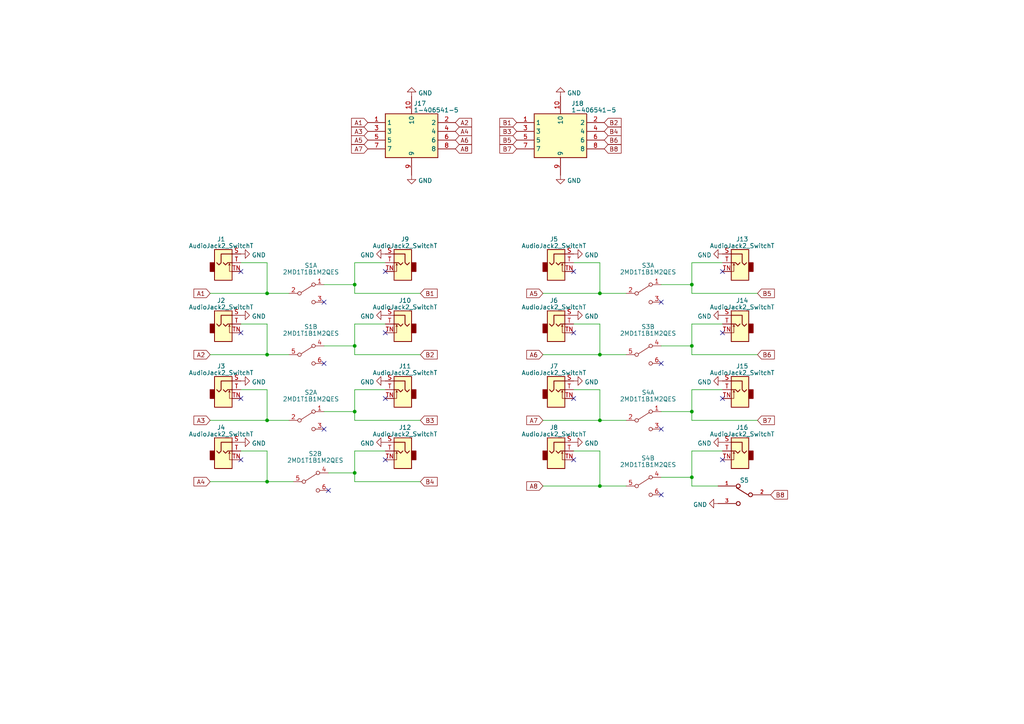
<source format=kicad_sch>
(kicad_sch (version 20230121) (generator eeschema)
  (paper "A4")
  (title_block (title "Ether Twin - Standalone") (date "2024-03-02") (rev "v1.2"))
  (lib_symbols
    (symbol "1-406541-5:1-406541-5"
      (property "Reference" "J" (at 19.05 12.7 0))
      (property "Value" "1-406541-5" (at 19.05 10.16 0))
      (symbol "1-406541-5_1_1"
        (rectangle (start 5.08 7.62) (end 17.78 -7.62) (stroke (width 0.254)) (fill (type background)))
        (pin passive line (at 15.24 -12.7 90) (length 5.08) (name "1") (number "1"))
        (pin passive line (at 22.86 0 180) (length 5.08) (name "10") (number "10"))
        (pin passive line (at 15.24 12.7 270) (length 5.08) (name "2") (number "2"))
        (pin passive line (at 12.7 -12.7 90) (length 5.08) (name "3") (number "3"))
        (pin passive line (at 12.7 12.7 270) (length 5.08) (name "4") (number "4"))
        (pin passive line (at 10.16 -12.7 90) (length 5.08) (name "5") (number "5"))
        (pin passive line (at 10.16 12.7 270) (length 5.08) (name "6") (number "6"))
        (pin passive line (at 7.62 -12.7 90) (length 5.08) (name "7") (number "7"))
        (pin passive line (at 7.62 12.7 270) (length 5.08) (name "8") (number "8"))
        (pin passive line (at 0 0 0) (length 5.08) (name "9") (number "9"))
      )
    )
    (symbol "Connector_Audio:AudioJack2_SwitchT"
      (property "Reference" "J" (at 0 8.89 0))
      (property "Value" "AudioJack2_SwitchT" (at 0 6.35 0))
      (symbol "AudioJack2_SwitchT_0_1"
        (rectangle (start -2.54 0) (end -3.81 -2.54) (stroke (width 0.254)) (fill (type outline)))
        (polyline (pts (xy 1.778 -0.254) (xy 2.032 -0.762)))
        (polyline (pts (xy 0 0) (xy 0.635 -0.635) (xy 1.27 0) (xy 2.54 0)) (stroke (width 0.254)))
        (polyline (pts (xy 2.54 -2.54) (xy 1.778 -2.54) (xy 1.778 -0.254) (xy 1.524 -0.762)))
        (polyline (pts (xy 2.54 2.54) (xy -0.635 2.54) (xy -0.635 0) (xy -1.27 -0.635) (xy -1.905 0)) (stroke (width 0.254)))
        (rectangle (start 2.54 3.81) (end -2.54 -5.08) (stroke (width 0.254)) (fill (type background)))
      )
      (symbol "AudioJack2_SwitchT_1_1"
        (pin passive line (at 5.08 2.54 180) (length 2.54) (name "~") (number "S"))
        (pin passive line (at 5.08 0 180) (length 2.54) (name "~") (number "T"))
        (pin passive line (at 5.08 -2.54 180) (length 2.54) (name "~") (number "TN"))
      )
    )
    (symbol "JS102011SAQN:JS102011SAQN" (pin_names (offset 1.016))
      (property "Reference" "S" (at -7.6229 5.0819 0))
      (property "Value" "JS102011SAQN" (at -7.6286 -5.0857 0))
      (symbol "JS102011SAQN_0_0"
        (circle (center -1.778 -2.54) (radius 0.568) (stroke (width 0.254)))
        (circle (center -1.778 2.54) (radius 0.568) (stroke (width 0.254)))
        (polyline (pts (xy 1.016 0) (xy -2.286 2.032)) (stroke (width 0.254)))
        (circle (center 1.778 0) (radius 0.568) (stroke (width 0.254)))
        (pin passive line (at -7.62 2.54 0) (length 5.08) (name "~") (number "1"))
        (pin passive line (at 7.62 0 180) (length 5.08) (name "~") (number "2"))
        (pin passive line (at -7.62 -2.54 0) (length 5.08) (name "~") (number "3"))
      )
    )
    (symbol "PCM_4ms_Power-symbol:GND" (power) (pin_names (offset 0))
      (property "Value" "GND" (at 0 -3.81 0))
      (symbol "GND_0_1"
        (polyline (pts (xy 0 0) (xy 0 -1.27) (xy 1.27 -1.27) (xy 0 -2.54) (xy -1.27 -1.27) (xy 0 -1.27)))
      )
      (symbol "GND_1_1"
        (pin power_in line (at 0 0 270) (length 0) hide (name "GND") (number "1"))
      )
    )
    (symbol "Switch:SW_DPDT_x2" (pin_names (offset 0) hide)
      (property "Reference" "SW" (at 0 4.318 0))
      (property "Value" "SW_DPDT_x2" (at 0 -5.08 0))
      (symbol "SW_DPDT_x2_0_0"
        (circle (center -2.032 0) (radius 0.508))
        (circle (center 2.032 -2.54) (radius 0.508))
      )
      (symbol "SW_DPDT_x2_0_1"
        (polyline (pts (xy -1.524 0.254) (xy 1.651 2.286)))
        (circle (center 2.032 2.54) (radius 0.508))
      )
      (symbol "SW_DPDT_x2_1_1"
        (pin passive line (at 5.08 2.54 180) (length 2.54) (name "A") (number "1"))
        (pin passive line (at -5.08 0 0) (length 2.54) (name "B") (number "2"))
        (pin passive line (at 5.08 -2.54 180) (length 2.54) (name "C") (number "3"))
      )
      (symbol "SW_DPDT_x2_2_1"
        (pin passive line (at 5.08 2.54 180) (length 2.54) (name "A") (number "4"))
        (pin passive line (at -5.08 0 0) (length 2.54) (name "B") (number "5"))
        (pin passive line (at 5.08 -2.54 180) (length 2.54) (name "C") (number "6"))
      )
    )
  )
  (junction (at 200.66 82.55))
  (junction (at 173.99 85.09))
  (junction (at 77.47 121.92))
  (junction (at 173.99 102.87))
  (junction (at 102.87 82.55))
  (junction (at 200.66 100.33))
  (junction (at 200.66 138.43))
  (junction (at 200.66 119.38))
  (junction (at 102.87 137.16))
  (junction (at 102.87 119.38))
  (junction (at 102.87 100.33))
  (junction (at 77.47 139.7))
  (junction (at 77.47 102.87))
  (junction (at 173.99 140.97))
  (junction (at 173.99 121.92))
  (junction (at 77.47 85.09))
  (no_connect (at 93.98 105.41))
  (no_connect (at 69.85 115.57))
  (no_connect (at 93.98 87.63))
  (no_connect (at 191.77 124.46))
  (no_connect (at 95.25 142.24))
  (no_connect (at 209.55 115.57))
  (no_connect (at 209.55 133.35))
  (no_connect (at 69.85 133.35))
  (no_connect (at 166.37 133.35))
  (no_connect (at 191.77 87.63))
  (no_connect (at 209.55 96.52))
  (no_connect (at 69.85 78.74))
  (no_connect (at 166.37 78.74))
  (no_connect (at 166.37 96.52))
  (no_connect (at 166.37 115.57))
  (no_connect (at 191.77 143.51))
  (no_connect (at 111.76 133.35))
  (no_connect (at 69.85 96.52))
  (no_connect (at 111.76 115.57))
  (no_connect (at 191.77 105.41))
  (no_connect (at 93.98 124.46))
  (no_connect (at 111.76 78.74))
  (no_connect (at 209.55 78.74))
  (no_connect (at 111.76 96.52))
  (wire (pts (xy 200.66 102.87) (xy 219.71 102.87)))
  (wire (pts (xy 102.87 113.03) (xy 102.87 119.38)))
  (wire (pts (xy 200.66 93.98) (xy 209.55 93.98)))
  (wire (pts (xy 77.47 121.92) (xy 77.47 113.03)))
  (wire (pts (xy 173.99 76.2) (xy 166.37 76.2)))
  (wire (pts (xy 191.77 100.33) (xy 200.66 100.33)))
  (wire (pts (xy 173.99 85.09) (xy 173.99 76.2)))
  (wire (pts (xy 200.66 138.43) (xy 200.66 140.97)))
  (wire (pts (xy 157.48 102.87) (xy 173.99 102.87)))
  (wire (pts (xy 200.66 76.2) (xy 209.55 76.2)))
  (wire (pts (xy 166.37 113.03) (xy 173.99 113.03)))
  (wire (pts (xy 102.87 82.55) (xy 102.87 85.09)))
  (wire (pts (xy 60.96 102.87) (xy 77.47 102.87)))
  (wire (pts (xy 200.66 85.09) (xy 219.71 85.09)))
  (wire (pts (xy 166.37 130.81) (xy 173.99 130.81)))
  (wire (pts (xy 173.99 93.98) (xy 173.99 102.87)))
  (wire (pts (xy 77.47 139.7) (xy 85.09 139.7)))
  (wire (pts (xy 102.87 113.03) (xy 111.76 113.03)))
  (wire (pts (xy 102.87 93.98) (xy 102.87 100.33)))
  (wire (pts (xy 173.99 102.87) (xy 181.61 102.87)))
  (wire (pts (xy 77.47 130.81) (xy 77.47 139.7)))
  (wire (pts (xy 200.66 113.03) (xy 209.55 113.03)))
  (wire (pts (xy 157.48 140.97) (xy 173.99 140.97)))
  (wire (pts (xy 200.66 130.81) (xy 209.55 130.81)))
  (wire (pts (xy 69.85 113.03) (xy 77.47 113.03)))
  (wire (pts (xy 77.47 121.92) (xy 83.82 121.92)))
  (wire (pts (xy 95.25 137.16) (xy 102.87 137.16)))
  (wire (pts (xy 173.99 85.09) (xy 181.61 85.09)))
  (wire (pts (xy 93.98 119.38) (xy 102.87 119.38)))
  (wire (pts (xy 173.99 121.92) (xy 173.99 113.03)))
  (wire (pts (xy 102.87 121.92) (xy 121.92 121.92)))
  (wire (pts (xy 173.99 140.97) (xy 181.61 140.97)))
  (wire (pts (xy 77.47 93.98) (xy 77.47 102.87)))
  (wire (pts (xy 200.66 100.33) (xy 200.66 102.87)))
  (wire (pts (xy 102.87 76.2) (xy 102.87 82.55)))
  (wire (pts (xy 157.48 121.92) (xy 173.99 121.92)))
  (wire (pts (xy 157.48 85.09) (xy 173.99 85.09)))
  (wire (pts (xy 60.96 139.7) (xy 77.47 139.7)))
  (wire (pts (xy 77.47 102.87) (xy 83.82 102.87)))
  (wire (pts (xy 200.66 130.81) (xy 200.66 138.43)))
  (wire (pts (xy 191.77 138.43) (xy 200.66 138.43)))
  (wire (pts (xy 173.99 130.81) (xy 173.99 140.97)))
  (wire (pts (xy 77.47 85.09) (xy 83.82 85.09)))
  (wire (pts (xy 166.37 93.98) (xy 173.99 93.98)))
  (wire (pts (xy 200.66 113.03) (xy 200.66 119.38)))
  (wire (pts (xy 77.47 85.09) (xy 77.47 76.2)))
  (wire (pts (xy 102.87 93.98) (xy 111.76 93.98)))
  (wire (pts (xy 102.87 130.81) (xy 102.87 137.16)))
  (wire (pts (xy 69.85 76.2) (xy 77.47 76.2)))
  (wire (pts (xy 102.87 100.33) (xy 102.87 102.87)))
  (wire (pts (xy 60.96 121.92) (xy 77.47 121.92)))
  (wire (pts (xy 121.92 85.09) (xy 102.87 85.09)))
  (wire (pts (xy 173.99 121.92) (xy 181.61 121.92)))
  (wire (pts (xy 200.66 140.97) (xy 208.28 140.97)))
  (wire (pts (xy 60.96 85.09) (xy 77.47 85.09)))
  (wire (pts (xy 69.85 130.81) (xy 77.47 130.81)))
  (wire (pts (xy 200.66 76.2) (xy 200.66 82.55)))
  (wire (pts (xy 102.87 76.2) (xy 111.76 76.2)))
  (wire (pts (xy 191.77 82.55) (xy 200.66 82.55)))
  (wire (pts (xy 102.87 119.38) (xy 102.87 121.92)))
  (wire (pts (xy 102.87 137.16) (xy 102.87 139.7)))
  (wire (pts (xy 102.87 130.81) (xy 111.76 130.81)))
  (wire (pts (xy 200.66 119.38) (xy 200.66 121.92)))
  (wire (pts (xy 102.87 102.87) (xy 121.92 102.87)))
  (wire (pts (xy 200.66 93.98) (xy 200.66 100.33)))
  (wire (pts (xy 102.87 139.7) (xy 121.92 139.7)))
  (wire (pts (xy 200.66 82.55) (xy 200.66 85.09)))
  (wire (pts (xy 69.85 93.98) (xy 77.47 93.98)))
  (wire (pts (xy 200.66 121.92) (xy 219.71 121.92)))
  (wire (pts (xy 191.77 119.38) (xy 200.66 119.38)))
  (wire (pts (xy 93.98 100.33) (xy 102.87 100.33)))
  (wire (pts (xy 93.98 82.55) (xy 102.87 82.55)))
  (global_label "B8" (shape input) (at 223.52 143.51 0) (property "Intersheetrefs" "${INTERSHEET_REFS}" (effects hide)))
  (global_label "B7" (shape input) (at 149.86 43.18 180) (property "Intersheetrefs" "${INTERSHEET_REFS}" (effects hide)))
  (global_label "A5" (shape input) (at 106.68 40.64 180) (property "Intersheetrefs" "${INTERSHEET_REFS}" (effects hide)))
  (global_label "B3" (shape input) (at 149.86 38.1 180) (property "Intersheetrefs" "${INTERSHEET_REFS}" (effects hide)))
  (global_label "B4" (shape input) (at 121.92 139.7 0) (property "Intersheetrefs" "${INTERSHEET_REFS}" (effects hide)))
  (global_label "B4" (shape input) (at 175.26 38.1 0) (property "Intersheetrefs" "${INTERSHEET_REFS}" (effects hide)))
  (global_label "B2" (shape input) (at 175.26 35.56 0) (property "Intersheetrefs" "${INTERSHEET_REFS}" (effects hide)))
  (global_label "A1" (shape input) (at 60.96 85.09 180) (property "Intersheetrefs" "${INTERSHEET_REFS}" (effects hide)))
  (global_label "B5" (shape input) (at 219.71 85.09 0) (property "Intersheetrefs" "${INTERSHEET_REFS}" (effects hide)))
  (global_label "A2" (shape input) (at 60.96 102.87 180) (property "Intersheetrefs" "${INTERSHEET_REFS}" (effects hide)))
  (global_label "B1" (shape input) (at 121.92 85.09 0) (property "Intersheetrefs" "${INTERSHEET_REFS}" (effects hide)))
  (global_label "B3" (shape input) (at 121.92 121.92 0) (property "Intersheetrefs" "${INTERSHEET_REFS}" (effects hide)))
  (global_label "A1" (shape input) (at 106.68 35.56 180) (property "Intersheetrefs" "${INTERSHEET_REFS}" (effects hide)))
  (global_label "B6" (shape input) (at 219.71 102.87 0) (property "Intersheetrefs" "${INTERSHEET_REFS}" (effects hide)))
  (global_label "A7" (shape input) (at 106.68 43.18 180) (property "Intersheetrefs" "${INTERSHEET_REFS}" (effects hide)))
  (global_label "A8" (shape input) (at 132.08 43.18 0) (property "Intersheetrefs" "${INTERSHEET_REFS}" (effects hide)))
  (global_label "A2" (shape input) (at 132.08 35.56 0) (property "Intersheetrefs" "${INTERSHEET_REFS}" (effects hide)))
  (global_label "A6" (shape input) (at 132.08 40.64 0) (property "Intersheetrefs" "${INTERSHEET_REFS}" (effects hide)))
  (global_label "A8" (shape input) (at 157.48 140.97 180) (property "Intersheetrefs" "${INTERSHEET_REFS}" (effects hide)))
  (global_label "A5" (shape input) (at 157.48 85.09 180) (property "Intersheetrefs" "${INTERSHEET_REFS}" (effects hide)))
  (global_label "A3" (shape input) (at 60.96 121.92 180) (property "Intersheetrefs" "${INTERSHEET_REFS}" (effects hide)))
  (global_label "A6" (shape input) (at 157.48 102.87 180) (property "Intersheetrefs" "${INTERSHEET_REFS}" (effects hide)))
  (global_label "A7" (shape input) (at 157.48 121.92 180) (property "Intersheetrefs" "${INTERSHEET_REFS}" (effects hide)))
  (global_label "B8" (shape input) (at 175.26 43.18 0) (property "Intersheetrefs" "${INTERSHEET_REFS}" (effects hide)))
  (global_label "A4" (shape input) (at 60.96 139.7 180) (property "Intersheetrefs" "${INTERSHEET_REFS}" (effects hide)))
  (global_label "B7" (shape input) (at 219.71 121.92 0) (property "Intersheetrefs" "${INTERSHEET_REFS}" (effects hide)))
  (global_label "B2" (shape input) (at 121.92 102.87 0) (property "Intersheetrefs" "${INTERSHEET_REFS}" (effects hide)))
  (global_label "A4" (shape input) (at 132.08 38.1 0) (property "Intersheetrefs" "${INTERSHEET_REFS}" (effects hide)))
  (global_label "B1" (shape input) (at 149.86 35.56 180) (property "Intersheetrefs" "${INTERSHEET_REFS}" (effects hide)))
  (global_label "B6" (shape input) (at 175.26 40.64 0) (property "Intersheetrefs" "${INTERSHEET_REFS}" (effects hide)))
  (global_label "A3" (shape input) (at 106.68 38.1 180) (property "Intersheetrefs" "${INTERSHEET_REFS}" (effects hide)))
  (global_label "B5" (shape input) (at 149.86 40.64 180) (property "Intersheetrefs" "${INTERSHEET_REFS}" (effects hide)))
  (symbol (lib_id "Connector_Audio:AudioJack2_SwitchT") (at 214.63 130.81 0) (mirror y) (unit 1)
    (property "Reference" "J16" (at 215.265 123.9901 0))
    (property "Value" "AudioJack2_SwitchT" (at 215.265 125.9111 0))
    (property "Footprint" "PJ398SM:Jack_3.5mm_QingPu_WQP-PJ398SM_Vertical_CircularHoles_3dModel" (effects hide))
  )
  (symbol (lib_id "Switch:SW_DPDT_x2") (at 186.69 140.97 0) (unit 2)
    (property "Reference" "S4" (at 187.96 132.8801 0))
    (property "Value" "2MD1T1B1M2QES" (at 187.96 134.8011 0))
    (property "Footprint" "2MD1T1B1M2QES:2MD1T1B1M2QES" (effects hide))
    (property "Height" "23.63" (effects hide))
    (property "Mouser Part Number" "118-2MD1T1B1M2QES" (effects hide))
    (property "Mouser Price/Stock" "https://www.mouser.co.uk/ProductDetail/Dailywell/2MD1T1B1M2QES?qs=B6kkDfuK7%2FBWMyk0fkGr3g%3D%3D" (effects hide))
    (property "Manufacturer_Name" "Dailywell" (effects hide))
    (property "Manufacturer_Part_Number" "2MD1T1B1M2QES" (effects hide))
  )
  (symbol (lib_id "Connector_Audio:AudioJack2_SwitchT") (at 214.63 113.03 0) (mirror y) (unit 1)
    (property "Reference" "J15" (at 215.265 106.2101 0))
    (property "Value" "AudioJack2_SwitchT" (at 215.265 108.1311 0))
    (property "Footprint" "PJ398SM:Jack_3.5mm_QingPu_WQP-PJ398SM_Vertical_CircularHoles_3dModel" (effects hide))
  )
  (symbol (lib_id "Switch:SW_DPDT_x2") (at 186.69 121.92 0) (unit 1)
    (property "Reference" "S4" (at 187.96 113.8301 0))
    (property "Value" "2MD1T1B1M2QES" (at 187.96 115.7511 0))
    (property "Footprint" "2MD1T1B1M2QES:2MD1T1B1M2QES" (effects hide))
    (property "Height" "23.63" (effects hide))
    (property "Mouser Part Number" "118-2MD1T1B1M2QES" (effects hide))
    (property "Mouser Price/Stock" "https://www.mouser.co.uk/ProductDetail/Dailywell/2MD1T1B1M2QES?qs=B6kkDfuK7%2FBWMyk0fkGr3g%3D%3D" (effects hide))
    (property "Manufacturer_Name" "Dailywell" (effects hide))
    (property "Manufacturer_Part_Number" "2MD1T1B1M2QES" (effects hide))
  )
  (symbol (lib_id "Switch:SW_DPDT_x2") (at 90.17 139.7 0) (unit 2)
    (property "Reference" "S2" (at 91.44 131.6101 0))
    (property "Value" "2MD1T1B1M2QES" (at 91.44 133.5311 0))
    (property "Footprint" "2MD1T1B1M2QES:2MD1T1B1M2QES" (effects hide))
    (property "Height" "23.63" (effects hide))
    (property "Mouser Part Number" "118-2MD1T1B1M2QES" (effects hide))
    (property "Mouser Price/Stock" "https://www.mouser.co.uk/ProductDetail/Dailywell/2MD1T1B1M2QES?qs=B6kkDfuK7%2FBWMyk0fkGr3g%3D%3D" (effects hide))
    (property "Manufacturer_Name" "Dailywell" (effects hide))
    (property "Manufacturer_Part_Number" "2MD1T1B1M2QES" (effects hide))
  )
  (symbol (lib_id "Switch:SW_DPDT_x2") (at 88.9 121.92 0) (unit 1)
    (property "Reference" "S2" (at 90.17 113.8301 0))
    (property "Value" "2MD1T1B1M2QES" (at 90.17 115.7511 0))
    (property "Footprint" "2MD1T1B1M2QES:2MD1T1B1M2QES" (effects hide))
    (property "Height" "23.63" (effects hide))
    (property "Mouser Part Number" "118-2MD1T1B1M2QES" (effects hide))
    (property "Mouser Price/Stock" "https://www.mouser.co.uk/ProductDetail/Dailywell/2MD1T1B1M2QES?qs=B6kkDfuK7%2FBWMyk0fkGr3g%3D%3D" (effects hide))
    (property "Manufacturer_Name" "Dailywell" (effects hide))
    (property "Manufacturer_Part_Number" "2MD1T1B1M2QES" (effects hide))
  )
  (symbol (lib_id "PCM_4ms_Power-symbol:GND") (at 166.37 91.44 90) (unit 1)
    (property "Reference" "#PWR012" (effects hide))
    (property "Value" "GND" (at 169.545 91.7568 90) (effects (justify right)))
  )
  (symbol (lib_id "PCM_4ms_Power-symbol:GND") (at 111.76 73.66 270) (mirror x) (unit 1)
    (property "Reference" "#PWR07" (effects hide))
    (property "Value" "GND" (at 108.585 73.9768 90) (effects (justify right)))
  )
  (symbol (lib_id "PCM_4ms_Power-symbol:GND") (at 208.28 146.05 270) (mirror x) (unit 1)
    (property "Reference" "#PWR017" (effects hide))
    (property "Value" "GND" (at 205.105 146.3668 90) (effects (justify right)))
  )
  (symbol (lib_id "PCM_4ms_Power-symbol:GND") (at 119.38 27.94 180) (unit 1)
    (property "Reference" "#PWR05" (effects hide))
    (property "Value" "GND" (at 121.285 26.9868 0) (effects (justify right)))
  )
  (symbol (lib_id "Connector_Audio:AudioJack2_SwitchT") (at 64.77 113.03 0) (unit 1)
    (property "Reference" "J3" (at 64.135 106.2101 0))
    (property "Value" "AudioJack2_SwitchT" (at 64.135 108.1311 0))
    (property "Footprint" "PJ398SM:Jack_3.5mm_QingPu_WQP-PJ398SM_Vertical_CircularHoles_3dModel" (effects hide))
  )
  (symbol (lib_id "PCM_4ms_Power-symbol:GND") (at 209.55 110.49 270) (mirror x) (unit 1)
    (property "Reference" "#PWR020" (effects hide))
    (property "Value" "GND" (at 206.375 110.8068 90) (effects (justify right)))
  )
  (symbol (lib_id "Connector_Audio:AudioJack2_SwitchT") (at 116.84 130.81 0) (mirror y) (unit 1)
    (property "Reference" "J12" (at 117.475 123.9901 0))
    (property "Value" "AudioJack2_SwitchT" (at 117.475 125.9111 0))
    (property "Footprint" "PJ398SM:Jack_3.5mm_QingPu_WQP-PJ398SM_Vertical_CircularHoles_3dModel" (effects hide))
  )
  (symbol (lib_id "Connector_Audio:AudioJack2_SwitchT") (at 214.63 76.2 0) (mirror y) (unit 1)
    (property "Reference" "J13" (at 215.265 69.3801 0))
    (property "Value" "AudioJack2_SwitchT" (at 215.265 71.3011 0))
    (property "Footprint" "PJ398SM:Jack_3.5mm_QingPu_WQP-PJ398SM_Vertical_CircularHoles_3dModel" (effects hide))
  )
  (symbol (lib_id "PCM_4ms_Power-symbol:GND") (at 162.56 27.94 180) (unit 1)
    (property "Reference" "#PWR015" (effects hide))
    (property "Value" "GND" (at 164.465 26.9868 0) (effects (justify right)))
  )
  (symbol (lib_id "PCM_4ms_Power-symbol:GND") (at 69.85 91.44 90) (unit 1)
    (property "Reference" "#PWR02" (effects hide))
    (property "Value" "GND" (at 73.025 91.7568 90) (effects (justify right)))
  )
  (symbol (lib_id "Connector_Audio:AudioJack2_SwitchT") (at 161.29 76.2 0) (unit 1)
    (property "Reference" "J5" (at 160.655 69.3801 0))
    (property "Value" "AudioJack2_SwitchT" (at 160.655 71.3011 0))
    (property "Footprint" "PJ398SM:Jack_3.5mm_QingPu_WQP-PJ398SM_Vertical_CircularHoles_3dModel" (effects hide))
  )
  (symbol (lib_id "JS102011SAQN:JS102011SAQN") (at 215.9 143.51 0) (unit 1)
    (property "Reference" "S5" (at 215.9 139.3131 0))
    (property "Value" "JS102011SAQN" (effects hide))
    (property "Footprint" "JS102011SAQN:SW_JS102011SAQN" (effects hide))
    (property "MF" "C&K" (effects hide))
    (property "Description" "\nSwitch, Slide, SPDT, ON-ON, 300mA, 6VDC, Surface Mount, R/A, Gull Wing | C&K JS102011SAQN\n" (effects hide))
    (property "Package" "None" (effects hide))
    (property "Price" "None" (effects hide))
    (property "Check_prices" "https://www.snapeda.com/parts/JS102011SAQN/C%2526K/view-part/?ref=eda" (effects hide))
    (property "SnapEDA_Link" "https://www.snapeda.com/parts/JS102011SAQN/C%2526K/view-part/?ref=snap" (effects hide))
    (property "MP" "JS102011SAQN" (effects hide))
    (property "Purchase-URL" "https://www.snapeda.com/api/url_track_click_mouser/?unipart_id=214325&manufacturer=C&amp;K&part_name=JS102011SAQN&search_term=None" (effects hide))
    (property "Availability" "In Stock" (effects hide))
    (property "MANUFACTURER" "C&K" (effects hide))
  )
  (symbol (lib_id "Connector_Audio:AudioJack2_SwitchT") (at 64.77 130.81 0) (unit 1)
    (property "Reference" "J4" (at 64.135 123.9901 0))
    (property "Value" "AudioJack2_SwitchT" (at 64.135 125.9111 0))
    (property "Footprint" "PJ398SM:Jack_3.5mm_QingPu_WQP-PJ398SM_Vertical_CircularHoles_3dModel" (effects hide))
  )
  (symbol (lib_id "PCM_4ms_Power-symbol:GND") (at 119.38 50.8 0) (unit 1)
    (property "Reference" "#PWR06" (effects hide))
    (property "Value" "GND" (at 121.285 52.3868 0) (effects (justify left)))
  )
  (symbol (lib_id "Connector_Audio:AudioJack2_SwitchT") (at 116.84 93.98 0) (mirror y) (unit 1)
    (property "Reference" "J10" (at 117.475 87.1601 0))
    (property "Value" "AudioJack2_SwitchT" (at 117.475 89.0811 0))
    (property "Footprint" "PJ398SM:Jack_3.5mm_QingPu_WQP-PJ398SM_Vertical_CircularHoles_3dModel" (effects hide))
  )
  (symbol (lib_id "PCM_4ms_Power-symbol:GND") (at 69.85 128.27 90) (unit 1)
    (property "Reference" "#PWR04" (effects hide))
    (property "Value" "GND" (at 73.025 128.5868 90) (effects (justify right)))
  )
  (symbol (lib_id "PCM_4ms_Power-symbol:GND") (at 69.85 73.66 90) (unit 1)
    (property "Reference" "#PWR01" (effects hide))
    (property "Value" "GND" (at 73.025 73.9768 90) (effects (justify right)))
  )
  (symbol (lib_id "PCM_4ms_Power-symbol:GND") (at 209.55 128.27 270) (mirror x) (unit 1)
    (property "Reference" "#PWR021" (effects hide))
    (property "Value" "GND" (at 206.375 128.5868 90) (effects (justify right)))
  )
  (symbol (lib_id "Connector_Audio:AudioJack2_SwitchT") (at 161.29 130.81 0) (unit 1)
    (property "Reference" "J8" (at 160.655 123.9901 0))
    (property "Value" "AudioJack2_SwitchT" (at 160.655 125.9111 0))
    (property "Footprint" "PJ398SM:Jack_3.5mm_QingPu_WQP-PJ398SM_Vertical_CircularHoles_3dModel" (effects hide))
  )
  (symbol (lib_id "Switch:SW_DPDT_x2") (at 186.69 102.87 0) (unit 2)
    (property "Reference" "S3" (at 187.96 94.7801 0))
    (property "Value" "2MD1T1B1M2QES" (at 187.96 96.7011 0))
    (property "Footprint" "2MD1T1B1M2QES:2MD1T1B1M2QES" (effects hide))
    (property "Height" "23.63" (effects hide))
    (property "Mouser Part Number" "118-2MD1T1B1M2QES" (effects hide))
    (property "Mouser Price/Stock" "https://www.mouser.co.uk/ProductDetail/Dailywell/2MD1T1B1M2QES?qs=B6kkDfuK7%2FBWMyk0fkGr3g%3D%3D" (effects hide))
    (property "Manufacturer_Name" "Dailywell" (effects hide))
    (property "Manufacturer_Part_Number" "2MD1T1B1M2QES" (effects hide))
  )
  (symbol (lib_id "PCM_4ms_Power-symbol:GND") (at 111.76 110.49 270) (mirror x) (unit 1)
    (property "Reference" "#PWR09" (effects hide))
    (property "Value" "GND" (at 108.585 110.8068 90) (effects (justify right)))
  )
  (symbol (lib_id "PCM_4ms_Power-symbol:GND") (at 111.76 128.27 270) (mirror x) (unit 1)
    (property "Reference" "#PWR010" (effects hide))
    (property "Value" "GND" (at 108.585 128.5868 90) (effects (justify right)))
  )
  (symbol (lib_id "PCM_4ms_Power-symbol:GND") (at 69.85 110.49 90) (unit 1)
    (property "Reference" "#PWR03" (effects hide))
    (property "Value" "GND" (at 73.025 110.8068 90) (effects (justify right)))
  )
  (symbol (lib_id "PCM_4ms_Power-symbol:GND") (at 166.37 110.49 90) (unit 1)
    (property "Reference" "#PWR013" (effects hide))
    (property "Value" "GND" (at 169.545 110.8068 90) (effects (justify right)))
  )
  (symbol (lib_id "Switch:SW_DPDT_x2") (at 88.9 102.87 0) (unit 2)
    (property "Reference" "S1" (at 90.17 94.7801 0))
    (property "Value" "2MD1T1B1M2QES" (at 90.17 96.7011 0))
    (property "Footprint" "2MD1T1B1M2QES:2MD1T1B1M2QES" (effects hide))
    (property "Height" "23.63" (effects hide))
    (property "Mouser Part Number" "118-2MD1T1B1M2QES" (effects hide))
    (property "Mouser Price/Stock" "https://www.mouser.co.uk/ProductDetail/Dailywell/2MD1T1B1M2QES?qs=B6kkDfuK7%2FBWMyk0fkGr3g%3D%3D" (effects hide))
    (property "Manufacturer_Name" "Dailywell" (effects hide))
    (property "Manufacturer_Part_Number" "2MD1T1B1M2QES" (effects hide))
  )
  (symbol (lib_id "PCM_4ms_Power-symbol:GND") (at 209.55 73.66 270) (mirror x) (unit 1)
    (property "Reference" "#PWR018" (effects hide))
    (property "Value" "GND" (at 206.375 73.9768 90) (effects (justify right)))
  )
  (symbol (lib_id "PCM_4ms_Power-symbol:GND") (at 162.56 50.8 0) (unit 1)
    (property "Reference" "#PWR016" (effects hide))
    (property "Value" "GND" (at 164.465 52.3868 0) (effects (justify left)))
  )
  (symbol (lib_id "PCM_4ms_Power-symbol:GND") (at 166.37 73.66 90) (unit 1)
    (property "Reference" "#PWR011" (effects hide))
    (property "Value" "GND" (at 169.545 73.9768 90) (effects (justify right)))
  )
  (symbol (lib_id "Switch:SW_DPDT_x2") (at 88.9 85.09 0) (unit 1)
    (property "Reference" "S1" (at 90.17 77.0001 0))
    (property "Value" "2MD1T1B1M2QES" (at 90.17 78.9211 0))
    (property "Footprint" "2MD1T1B1M2QES:2MD1T1B1M2QES" (effects hide))
    (property "Height" "23.63" (effects hide))
    (property "Mouser Part Number" "118-2MD1T1B1M2QES" (effects hide))
    (property "Mouser Price/Stock" "https://www.mouser.co.uk/ProductDetail/Dailywell/2MD1T1B1M2QES?qs=B6kkDfuK7%2FBWMyk0fkGr3g%3D%3D" (effects hide))
    (property "Manufacturer_Name" "Dailywell" (effects hide))
    (property "Manufacturer_Part_Number" "2MD1T1B1M2QES" (effects hide))
  )
  (symbol (lib_id "1-406541-5:1-406541-5") (at 162.56 50.8 270) (mirror x) (unit 1)
    (property "Reference" "J18" (at 165.7097 30.0101 90) (effects (justify left)))
    (property "Value" "1-406541-5" (at 165.7097 31.9311 90) (effects (justify left)))
    (property "Footprint" "1-406541-5:14065415" (effects hide))
    (property "Datasheet" "http://www.te.com/commerce/DocumentDelivery/DDEController?Action=showdoc&DocId=Customer+Drawing%7F406541%7FR%7Fpdf%7FEnglish%7FENG_CD_406541_R.pdf%7F1-406541-5" (effects hide))
    (property "Height" "14" (effects hide))
    (property "Mouser Part Number" "571-1-406541-5" (effects hide))
    (property "Mouser Price/Stock" "https://www.mouser.co.uk/ProductDetail/TE-Connectivity/1-406541-5?qs=dOAuEKQrqY6v2rGrOr%2FtbQ%3D%3D" (effects hide))
    (property "Manufacturer_Name" "TE Connectivity" (effects hide))
    (property "Manufacturer_Part_Number" "1-406541-5" (effects hide))
  )
  (symbol (lib_id "Connector_Audio:AudioJack2_SwitchT") (at 161.29 113.03 0) (unit 1)
    (property "Reference" "J7" (at 160.655 106.2101 0))
    (property "Value" "AudioJack2_SwitchT" (at 160.655 108.1311 0))
    (property "Footprint" "PJ398SM:Jack_3.5mm_QingPu_WQP-PJ398SM_Vertical_CircularHoles_3dModel" (effects hide))
  )
  (symbol (lib_id "PCM_4ms_Power-symbol:GND") (at 166.37 128.27 90) (unit 1)
    (property "Reference" "#PWR014" (effects hide))
    (property "Value" "GND" (at 169.545 128.5868 90) (effects (justify right)))
  )
  (symbol (lib_id "Connector_Audio:AudioJack2_SwitchT") (at 116.84 76.2 0) (mirror y) (unit 1)
    (property "Reference" "J9" (at 117.475 69.3801 0))
    (property "Value" "AudioJack2_SwitchT" (at 117.475 71.3011 0))
    (property "Footprint" "PJ398SM:Jack_3.5mm_QingPu_WQP-PJ398SM_Vertical_CircularHoles_3dModel" (effects hide))
  )
  (symbol (lib_id "Connector_Audio:AudioJack2_SwitchT") (at 64.77 93.98 0) (unit 1)
    (property "Reference" "J2" (at 64.135 87.1601 0))
    (property "Value" "AudioJack2_SwitchT" (at 64.135 89.0811 0))
    (property "Footprint" "PJ398SM:Jack_3.5mm_QingPu_WQP-PJ398SM_Vertical_CircularHoles_3dModel" (effects hide))
  )
  (symbol (lib_id "1-406541-5:1-406541-5") (at 119.38 50.8 270) (mirror x) (unit 1)
    (property "Reference" "J17" (at 119.9897 30.0101 90) (effects (justify left)))
    (property "Value" "1-406541-5" (at 119.9897 31.9311 90) (effects (justify left)))
    (property "Footprint" "1-406541-5:14065415" (effects hide))
    (property "Datasheet" "http://www.te.com/commerce/DocumentDelivery/DDEController?Action=showdoc&DocId=Customer+Drawing%7F406541%7FR%7Fpdf%7FEnglish%7FENG_CD_406541_R.pdf%7F1-406541-5" (effects hide))
    (property "Height" "14" (effects hide))
    (property "Mouser Part Number" "571-1-406541-5" (effects hide))
    (property "Mouser Price/Stock" "https://www.mouser.co.uk/ProductDetail/TE-Connectivity/1-406541-5?qs=dOAuEKQrqY6v2rGrOr%2FtbQ%3D%3D" (effects hide))
    (property "Manufacturer_Name" "TE Connectivity" (effects hide))
    (property "Manufacturer_Part_Number" "1-406541-5" (effects hide))
  )
  (symbol (lib_id "Connector_Audio:AudioJack2_SwitchT") (at 214.63 93.98 0) (mirror y) (unit 1)
    (property "Reference" "J14" (at 215.265 87.1601 0))
    (property "Value" "AudioJack2_SwitchT" (at 215.265 89.0811 0))
    (property "Footprint" "PJ398SM:Jack_3.5mm_QingPu_WQP-PJ398SM_Vertical_CircularHoles_3dModel" (effects hide))
  )
  (symbol (lib_id "PCM_4ms_Power-symbol:GND") (at 111.76 91.44 270) (mirror x) (unit 1)
    (property "Reference" "#PWR08" (effects hide))
    (property "Value" "GND" (at 108.585 91.7568 90) (effects (justify right)))
  )
  (symbol (lib_id "Connector_Audio:AudioJack2_SwitchT") (at 161.29 93.98 0) (unit 1)
    (property "Reference" "J6" (at 160.655 87.1601 0))
    (property "Value" "AudioJack2_SwitchT" (at 160.655 89.0811 0))
    (property "Footprint" "PJ398SM:Jack_3.5mm_QingPu_WQP-PJ398SM_Vertical_CircularHoles_3dModel" (effects hide))
  )
  (symbol (lib_id "Switch:SW_DPDT_x2") (at 186.69 85.09 0) (unit 1)
    (property "Reference" "S3" (at 187.96 77.0001 0))
    (property "Value" "2MD1T1B1M2QES" (at 187.96 78.9211 0))
    (property "Footprint" "2MD1T1B1M2QES:2MD1T1B1M2QES" (effects hide))
    (property "Height" "23.63" (effects hide))
    (property "Mouser Part Number" "118-2MD1T1B1M2QES" (effects hide))
    (property "Mouser Price/Stock" "https://www.mouser.co.uk/ProductDetail/Dailywell/2MD1T1B1M2QES?qs=B6kkDfuK7%2FBWMyk0fkGr3g%3D%3D" (effects hide))
    (property "Manufacturer_Name" "Dailywell" (effects hide))
    (property "Manufacturer_Part_Number" "2MD1T1B1M2QES" (effects hide))
  )
  (symbol (lib_id "PCM_4ms_Power-symbol:GND") (at 209.55 91.44 270) (mirror x) (unit 1)
    (property "Reference" "#PWR019" (effects hide))
    (property "Value" "GND" (at 206.375 91.7568 90) (effects (justify right)))
  )
  (symbol (lib_id "Connector_Audio:AudioJack2_SwitchT") (at 64.77 76.2 0) (unit 1)
    (property "Reference" "J1" (at 64.135 69.3801 0))
    (property "Value" "AudioJack2_SwitchT" (at 64.135 71.3011 0))
    (property "Footprint" "PJ398SM:Jack_3.5mm_QingPu_WQP-PJ398SM_Vertical_CircularHoles_3dModel" (effects hide))
  )
  (symbol (lib_id "Connector_Audio:AudioJack2_SwitchT") (at 116.84 113.03 0) (mirror y) (unit 1)
    (property "Reference" "J11" (at 117.475 106.2101 0))
    (property "Value" "AudioJack2_SwitchT" (at 117.475 108.1311 0))
    (property "Footprint" "PJ398SM:Jack_3.5mm_QingPu_WQP-PJ398SM_Vertical_CircularHoles_3dModel" (effects hide))
  )
)
</source>
